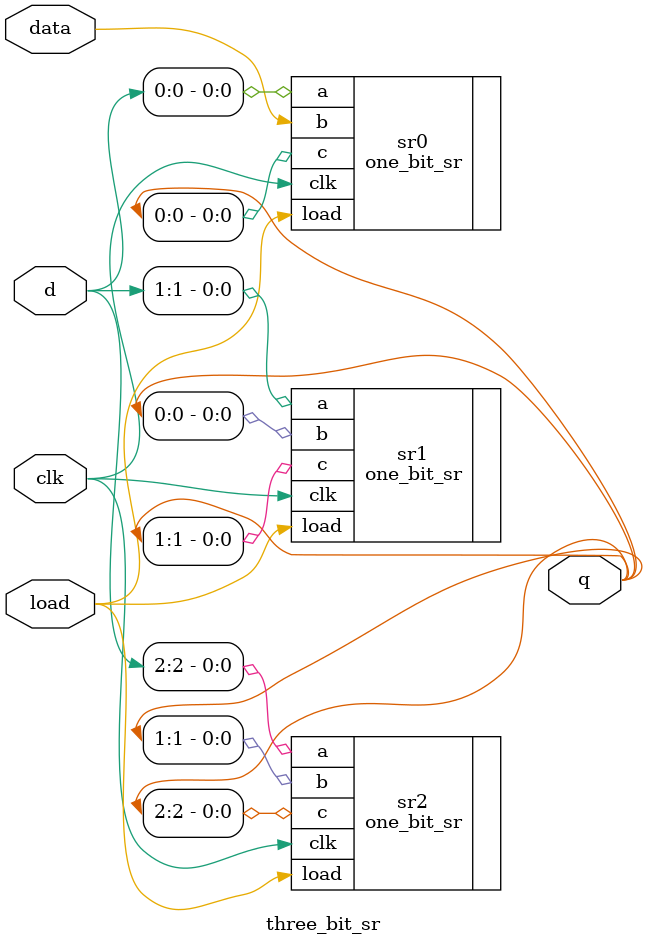
<source format=sv>
`timescale 1ns / 1ps


module three_bit_sr (
    input data,
    input clk,
    input load,
    input [0:2] d,
    output [0:2] q
    );
    
    one_bit_sr sr0(.a(d[0]), .b(data), .load(load), .clk(clk), .c(q[0]));
    one_bit_sr sr1(.a(d[1]), .b(q[0]), .load(load), .clk(clk), .c(q[1]));
    one_bit_sr sr2(.a(d[2]), .b(q[1]), .load(load), .clk(clk), .c(q[2]));
    
endmodule

</source>
